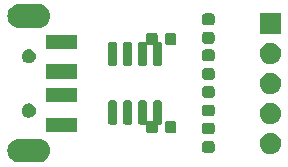
<source format=gts>
%TF.GenerationSoftware,KiCad,Pcbnew,(5.1.6)-1*%
%TF.CreationDate,2020-07-02T16:49:34+08:00*%
%TF.ProjectId,usb-ttl,7573622d-7474-46c2-9e6b-696361645f70,rev?*%
%TF.SameCoordinates,Original*%
%TF.FileFunction,Soldermask,Top*%
%TF.FilePolarity,Negative*%
%FSLAX46Y46*%
G04 Gerber Fmt 4.6, Leading zero omitted, Abs format (unit mm)*
G04 Created by KiCad (PCBNEW (5.1.6)-1) date 2020-07-02 16:49:34*
%MOMM*%
%LPD*%
G01*
G04 APERTURE LIST*
%ADD10C,0.100000*%
G04 APERTURE END LIST*
D10*
G36*
X104096034Y-96714469D02*
G01*
X104284536Y-96771651D01*
X104458256Y-96864506D01*
X104610528Y-96989472D01*
X104735494Y-97141744D01*
X104828349Y-97315464D01*
X104885531Y-97503966D01*
X104904838Y-97700000D01*
X104885531Y-97896034D01*
X104828349Y-98084536D01*
X104735494Y-98258256D01*
X104610528Y-98410528D01*
X104458256Y-98535494D01*
X104284536Y-98628349D01*
X104096034Y-98685531D01*
X103949124Y-98700000D01*
X102250876Y-98700000D01*
X102103966Y-98685531D01*
X101915464Y-98628349D01*
X101741744Y-98535494D01*
X101589472Y-98410528D01*
X101464506Y-98258256D01*
X101371651Y-98084536D01*
X101314469Y-97896034D01*
X101295162Y-97700000D01*
X101314469Y-97503966D01*
X101371651Y-97315464D01*
X101464506Y-97141744D01*
X101589472Y-96989472D01*
X101741744Y-96864506D01*
X101915464Y-96771651D01*
X102103966Y-96714469D01*
X102250876Y-96700000D01*
X103949124Y-96700000D01*
X104096034Y-96714469D01*
G37*
G36*
X123752488Y-96202645D02*
G01*
X123812520Y-96214586D01*
X123919554Y-96258921D01*
X123973935Y-96281446D01*
X123976310Y-96282430D01*
X124123717Y-96380924D01*
X124249076Y-96506283D01*
X124249077Y-96506285D01*
X124347571Y-96653692D01*
X124415414Y-96817481D01*
X124444607Y-96964242D01*
X124450000Y-96991358D01*
X124450000Y-97168642D01*
X124415414Y-97342520D01*
X124347570Y-97506310D01*
X124249076Y-97653717D01*
X124123717Y-97779076D01*
X123976310Y-97877570D01*
X123812520Y-97945414D01*
X123754561Y-97956943D01*
X123638644Y-97980000D01*
X123461356Y-97980000D01*
X123345439Y-97956943D01*
X123287480Y-97945414D01*
X123123690Y-97877570D01*
X122976283Y-97779076D01*
X122850924Y-97653717D01*
X122752430Y-97506310D01*
X122684586Y-97342520D01*
X122650000Y-97168642D01*
X122650000Y-96991358D01*
X122655394Y-96964242D01*
X122684586Y-96817481D01*
X122752429Y-96653692D01*
X122850923Y-96506285D01*
X122850924Y-96506283D01*
X122976283Y-96380924D01*
X123123690Y-96282430D01*
X123126066Y-96281446D01*
X123180446Y-96258921D01*
X123287480Y-96214586D01*
X123347512Y-96202645D01*
X123461356Y-96180000D01*
X123638644Y-96180000D01*
X123752488Y-96202645D01*
G37*
G36*
X118648879Y-96904440D02*
G01*
X118689870Y-96916874D01*
X118727645Y-96937065D01*
X118760758Y-96964242D01*
X118787935Y-96997355D01*
X118808126Y-97035130D01*
X118820560Y-97076121D01*
X118825000Y-97121204D01*
X118825000Y-97653796D01*
X118820560Y-97698879D01*
X118808126Y-97739870D01*
X118787935Y-97777645D01*
X118760758Y-97810758D01*
X118727645Y-97837935D01*
X118689870Y-97858126D01*
X118648879Y-97870560D01*
X118603796Y-97875000D01*
X117996204Y-97875000D01*
X117951121Y-97870560D01*
X117910130Y-97858126D01*
X117872355Y-97837935D01*
X117839242Y-97810758D01*
X117812065Y-97777645D01*
X117791874Y-97739870D01*
X117779440Y-97698879D01*
X117775000Y-97653796D01*
X117775000Y-97121204D01*
X117779440Y-97076121D01*
X117791874Y-97035130D01*
X117812065Y-96997355D01*
X117839242Y-96964242D01*
X117872355Y-96937065D01*
X117910130Y-96916874D01*
X117951121Y-96904440D01*
X117996204Y-96900000D01*
X118603796Y-96900000D01*
X118648879Y-96904440D01*
G37*
G36*
X118648879Y-95329440D02*
G01*
X118689870Y-95341874D01*
X118727645Y-95362065D01*
X118760758Y-95389242D01*
X118787935Y-95422355D01*
X118808126Y-95460130D01*
X118820560Y-95501121D01*
X118825000Y-95546204D01*
X118825000Y-96078796D01*
X118820560Y-96123879D01*
X118808126Y-96164870D01*
X118787935Y-96202645D01*
X118760758Y-96235758D01*
X118727645Y-96262935D01*
X118689870Y-96283126D01*
X118648879Y-96295560D01*
X118603796Y-96300000D01*
X117996204Y-96300000D01*
X117951121Y-96295560D01*
X117910130Y-96283126D01*
X117872355Y-96262935D01*
X117839242Y-96235758D01*
X117812065Y-96202645D01*
X117791874Y-96164870D01*
X117779440Y-96123879D01*
X117775000Y-96078796D01*
X117775000Y-95546204D01*
X117779440Y-95501121D01*
X117791874Y-95460130D01*
X117812065Y-95422355D01*
X117839242Y-95389242D01*
X117872355Y-95362065D01*
X117910130Y-95341874D01*
X117951121Y-95329440D01*
X117996204Y-95325000D01*
X118603796Y-95325000D01*
X118648879Y-95329440D01*
G37*
G36*
X115411379Y-95179440D02*
G01*
X115452370Y-95191874D01*
X115490145Y-95212065D01*
X115523258Y-95239242D01*
X115550435Y-95272355D01*
X115570626Y-95310130D01*
X115583060Y-95351121D01*
X115587500Y-95396204D01*
X115587500Y-96003796D01*
X115583060Y-96048879D01*
X115570626Y-96089870D01*
X115550435Y-96127645D01*
X115523258Y-96160758D01*
X115490145Y-96187935D01*
X115452370Y-96208126D01*
X115411379Y-96220560D01*
X115366296Y-96225000D01*
X114833704Y-96225000D01*
X114788621Y-96220560D01*
X114747630Y-96208126D01*
X114709855Y-96187935D01*
X114676742Y-96160758D01*
X114649565Y-96127645D01*
X114629374Y-96089870D01*
X114616940Y-96048879D01*
X114612500Y-96003796D01*
X114612500Y-95396204D01*
X114616940Y-95351121D01*
X114629374Y-95310130D01*
X114649565Y-95272355D01*
X114676742Y-95239242D01*
X114709855Y-95212065D01*
X114747630Y-95191874D01*
X114788621Y-95179440D01*
X114833704Y-95175000D01*
X115366296Y-95175000D01*
X115411379Y-95179440D01*
G37*
G36*
X112964216Y-93453119D02*
G01*
X112992309Y-93461641D01*
X113018204Y-93475483D01*
X113040896Y-93494104D01*
X113059517Y-93516796D01*
X113073359Y-93542691D01*
X113081881Y-93570784D01*
X113085000Y-93602454D01*
X113085000Y-95155296D01*
X113085961Y-95165050D01*
X113088806Y-95174430D01*
X113093426Y-95183074D01*
X113099644Y-95190651D01*
X113107221Y-95196869D01*
X113115865Y-95201489D01*
X113125245Y-95204334D01*
X113134999Y-95205295D01*
X113144753Y-95204334D01*
X113154133Y-95201489D01*
X113158569Y-95199391D01*
X113172633Y-95191874D01*
X113213621Y-95179440D01*
X113258704Y-95175000D01*
X113605001Y-95175000D01*
X113614755Y-95174039D01*
X113624135Y-95171194D01*
X113632779Y-95166574D01*
X113640356Y-95160356D01*
X113646574Y-95152779D01*
X113651194Y-95144135D01*
X113654039Y-95134755D01*
X113655000Y-95125001D01*
X113655000Y-93602454D01*
X113658119Y-93570784D01*
X113666641Y-93542691D01*
X113680483Y-93516796D01*
X113699104Y-93494104D01*
X113721796Y-93475483D01*
X113747691Y-93461641D01*
X113775784Y-93453119D01*
X113807454Y-93450000D01*
X114202546Y-93450000D01*
X114234216Y-93453119D01*
X114262309Y-93461641D01*
X114288204Y-93475483D01*
X114310896Y-93494104D01*
X114329517Y-93516796D01*
X114343359Y-93542691D01*
X114351881Y-93570784D01*
X114355000Y-93602454D01*
X114355000Y-95347546D01*
X114351881Y-95379216D01*
X114343359Y-95407309D01*
X114329517Y-95433204D01*
X114310896Y-95455896D01*
X114288204Y-95474517D01*
X114262309Y-95488359D01*
X114234216Y-95496881D01*
X114202546Y-95500000D01*
X114062499Y-95500000D01*
X114052745Y-95500961D01*
X114043365Y-95503806D01*
X114034721Y-95508426D01*
X114027144Y-95514644D01*
X114020926Y-95522221D01*
X114016306Y-95530865D01*
X114013461Y-95540245D01*
X114012500Y-95549999D01*
X114012500Y-96003796D01*
X114008060Y-96048879D01*
X113995626Y-96089870D01*
X113975435Y-96127645D01*
X113948258Y-96160758D01*
X113915145Y-96187935D01*
X113877370Y-96208126D01*
X113836379Y-96220560D01*
X113791296Y-96225000D01*
X113258704Y-96225000D01*
X113213621Y-96220560D01*
X113172630Y-96208126D01*
X113134855Y-96187935D01*
X113101742Y-96160758D01*
X113074565Y-96127645D01*
X113054374Y-96089870D01*
X113041940Y-96048879D01*
X113037500Y-96003796D01*
X113037500Y-95542066D01*
X113036539Y-95532312D01*
X113033694Y-95522932D01*
X113029074Y-95514288D01*
X113022856Y-95506711D01*
X113015279Y-95500493D01*
X113006635Y-95495873D01*
X112997255Y-95493028D01*
X112987501Y-95492067D01*
X112972987Y-95494220D01*
X112964216Y-95496881D01*
X112932546Y-95500000D01*
X112537454Y-95500000D01*
X112505784Y-95496881D01*
X112477691Y-95488359D01*
X112451796Y-95474517D01*
X112429104Y-95455896D01*
X112410483Y-95433204D01*
X112396641Y-95407309D01*
X112388119Y-95379216D01*
X112385000Y-95347546D01*
X112385000Y-93602454D01*
X112388119Y-93570784D01*
X112396641Y-93542691D01*
X112410483Y-93516796D01*
X112429104Y-93494104D01*
X112451796Y-93475483D01*
X112477691Y-93461641D01*
X112505784Y-93453119D01*
X112537454Y-93450000D01*
X112932546Y-93450000D01*
X112964216Y-93453119D01*
G37*
G36*
X107150000Y-96100000D02*
G01*
X104550000Y-96100000D01*
X104550000Y-94900000D01*
X107150000Y-94900000D01*
X107150000Y-96100000D01*
G37*
G36*
X110424216Y-93453119D02*
G01*
X110452309Y-93461641D01*
X110478204Y-93475483D01*
X110500896Y-93494104D01*
X110519517Y-93516796D01*
X110533359Y-93542691D01*
X110541881Y-93570784D01*
X110545000Y-93602454D01*
X110545000Y-95347546D01*
X110541881Y-95379216D01*
X110533359Y-95407309D01*
X110519517Y-95433204D01*
X110500896Y-95455896D01*
X110478204Y-95474517D01*
X110452309Y-95488359D01*
X110424216Y-95496881D01*
X110392546Y-95500000D01*
X109997454Y-95500000D01*
X109965784Y-95496881D01*
X109937691Y-95488359D01*
X109911796Y-95474517D01*
X109889104Y-95455896D01*
X109870483Y-95433204D01*
X109856641Y-95407309D01*
X109848119Y-95379216D01*
X109845000Y-95347546D01*
X109845000Y-93602454D01*
X109848119Y-93570784D01*
X109856641Y-93542691D01*
X109870483Y-93516796D01*
X109889104Y-93494104D01*
X109911796Y-93475483D01*
X109937691Y-93461641D01*
X109965784Y-93453119D01*
X109997454Y-93450000D01*
X110392546Y-93450000D01*
X110424216Y-93453119D01*
G37*
G36*
X111694216Y-93453119D02*
G01*
X111722309Y-93461641D01*
X111748204Y-93475483D01*
X111770896Y-93494104D01*
X111789517Y-93516796D01*
X111803359Y-93542691D01*
X111811881Y-93570784D01*
X111815000Y-93602454D01*
X111815000Y-95347546D01*
X111811881Y-95379216D01*
X111803359Y-95407309D01*
X111789517Y-95433204D01*
X111770896Y-95455896D01*
X111748204Y-95474517D01*
X111722309Y-95488359D01*
X111694216Y-95496881D01*
X111662546Y-95500000D01*
X111267454Y-95500000D01*
X111235784Y-95496881D01*
X111207691Y-95488359D01*
X111181796Y-95474517D01*
X111159104Y-95455896D01*
X111140483Y-95433204D01*
X111126641Y-95407309D01*
X111118119Y-95379216D01*
X111115000Y-95347546D01*
X111115000Y-93602454D01*
X111118119Y-93570784D01*
X111126641Y-93542691D01*
X111140483Y-93516796D01*
X111159104Y-93494104D01*
X111181796Y-93475483D01*
X111207691Y-93461641D01*
X111235784Y-93453119D01*
X111267454Y-93450000D01*
X111662546Y-93450000D01*
X111694216Y-93453119D01*
G37*
G36*
X123754561Y-93663057D02*
G01*
X123812520Y-93674586D01*
X123976310Y-93742430D01*
X124123717Y-93840924D01*
X124249076Y-93966283D01*
X124347570Y-94113690D01*
X124400264Y-94240904D01*
X124415414Y-94277481D01*
X124450000Y-94451356D01*
X124450000Y-94628644D01*
X124432602Y-94716107D01*
X124415414Y-94802520D01*
X124347570Y-94966310D01*
X124249076Y-95113717D01*
X124123717Y-95239076D01*
X123976310Y-95337570D01*
X123976309Y-95337571D01*
X123976308Y-95337571D01*
X123952226Y-95347546D01*
X123812520Y-95405414D01*
X123754561Y-95416943D01*
X123638644Y-95440000D01*
X123461356Y-95440000D01*
X123345439Y-95416943D01*
X123287480Y-95405414D01*
X123147774Y-95347546D01*
X123123692Y-95337571D01*
X123123691Y-95337571D01*
X123123690Y-95337570D01*
X122976283Y-95239076D01*
X122850924Y-95113717D01*
X122752430Y-94966310D01*
X122684586Y-94802520D01*
X122667398Y-94716107D01*
X122650000Y-94628644D01*
X122650000Y-94451356D01*
X122684586Y-94277481D01*
X122699737Y-94240904D01*
X122752430Y-94113690D01*
X122850924Y-93966283D01*
X122976283Y-93840924D01*
X123123690Y-93742430D01*
X123287480Y-93674586D01*
X123345439Y-93663057D01*
X123461356Y-93640000D01*
X123638644Y-93640000D01*
X123754561Y-93663057D01*
G37*
G36*
X103275012Y-93723057D02*
G01*
X103384205Y-93768286D01*
X103384207Y-93768287D01*
X103482478Y-93833950D01*
X103566050Y-93917522D01*
X103631713Y-94015793D01*
X103631714Y-94015795D01*
X103676943Y-94124988D01*
X103700000Y-94240904D01*
X103700000Y-94359096D01*
X103676943Y-94475012D01*
X103676942Y-94475014D01*
X103631713Y-94584207D01*
X103566050Y-94682478D01*
X103482478Y-94766050D01*
X103384207Y-94831713D01*
X103384206Y-94831714D01*
X103384205Y-94831714D01*
X103275012Y-94876943D01*
X103159096Y-94900000D01*
X103040904Y-94900000D01*
X102924988Y-94876943D01*
X102815795Y-94831714D01*
X102815794Y-94831714D01*
X102815793Y-94831713D01*
X102717522Y-94766050D01*
X102633950Y-94682478D01*
X102568287Y-94584207D01*
X102523058Y-94475014D01*
X102523057Y-94475012D01*
X102500000Y-94359096D01*
X102500000Y-94240904D01*
X102523057Y-94124988D01*
X102568286Y-94015795D01*
X102568287Y-94015793D01*
X102633950Y-93917522D01*
X102717522Y-93833950D01*
X102815793Y-93768287D01*
X102815795Y-93768286D01*
X102924988Y-93723057D01*
X103040904Y-93700000D01*
X103159096Y-93700000D01*
X103275012Y-93723057D01*
G37*
G36*
X118648879Y-93816940D02*
G01*
X118689870Y-93829374D01*
X118727645Y-93849565D01*
X118760758Y-93876742D01*
X118787935Y-93909855D01*
X118808126Y-93947630D01*
X118820560Y-93988621D01*
X118825000Y-94033704D01*
X118825000Y-94566296D01*
X118820560Y-94611379D01*
X118808126Y-94652370D01*
X118787935Y-94690145D01*
X118760758Y-94723258D01*
X118727645Y-94750435D01*
X118689870Y-94770626D01*
X118648879Y-94783060D01*
X118603796Y-94787500D01*
X117996204Y-94787500D01*
X117951121Y-94783060D01*
X117910130Y-94770626D01*
X117872355Y-94750435D01*
X117839242Y-94723258D01*
X117812065Y-94690145D01*
X117791874Y-94652370D01*
X117779440Y-94611379D01*
X117775000Y-94566296D01*
X117775000Y-94033704D01*
X117779440Y-93988621D01*
X117791874Y-93947630D01*
X117812065Y-93909855D01*
X117839242Y-93876742D01*
X117872355Y-93849565D01*
X117910130Y-93829374D01*
X117951121Y-93816940D01*
X117996204Y-93812500D01*
X118603796Y-93812500D01*
X118648879Y-93816940D01*
G37*
G36*
X107150000Y-93600000D02*
G01*
X104550000Y-93600000D01*
X104550000Y-92400000D01*
X107150000Y-92400000D01*
X107150000Y-93600000D01*
G37*
G36*
X118648879Y-92241940D02*
G01*
X118689870Y-92254374D01*
X118727645Y-92274565D01*
X118760758Y-92301742D01*
X118787935Y-92334855D01*
X118808126Y-92372630D01*
X118820560Y-92413621D01*
X118825000Y-92458704D01*
X118825000Y-92991296D01*
X118820560Y-93036379D01*
X118808126Y-93077370D01*
X118787935Y-93115145D01*
X118760758Y-93148258D01*
X118727645Y-93175435D01*
X118689870Y-93195626D01*
X118648879Y-93208060D01*
X118603796Y-93212500D01*
X117996204Y-93212500D01*
X117951121Y-93208060D01*
X117910130Y-93195626D01*
X117872355Y-93175435D01*
X117839242Y-93148258D01*
X117812065Y-93115145D01*
X117791874Y-93077370D01*
X117779440Y-93036379D01*
X117775000Y-92991296D01*
X117775000Y-92458704D01*
X117779440Y-92413621D01*
X117791874Y-92372630D01*
X117812065Y-92334855D01*
X117839242Y-92301742D01*
X117872355Y-92274565D01*
X117910130Y-92254374D01*
X117951121Y-92241940D01*
X117996204Y-92237500D01*
X118603796Y-92237500D01*
X118648879Y-92241940D01*
G37*
G36*
X123754561Y-91123057D02*
G01*
X123812520Y-91134586D01*
X123976310Y-91202430D01*
X124123717Y-91300924D01*
X124249076Y-91426283D01*
X124347570Y-91573690D01*
X124415414Y-91737480D01*
X124450000Y-91911358D01*
X124450000Y-92088642D01*
X124415414Y-92262520D01*
X124347570Y-92426310D01*
X124249076Y-92573717D01*
X124123717Y-92699076D01*
X123976310Y-92797570D01*
X123812520Y-92865414D01*
X123754561Y-92876943D01*
X123638644Y-92900000D01*
X123461356Y-92900000D01*
X123345439Y-92876943D01*
X123287480Y-92865414D01*
X123123690Y-92797570D01*
X122976283Y-92699076D01*
X122850924Y-92573717D01*
X122752430Y-92426310D01*
X122684586Y-92262520D01*
X122650000Y-92088642D01*
X122650000Y-91911358D01*
X122684586Y-91737480D01*
X122752430Y-91573690D01*
X122850924Y-91426283D01*
X122976283Y-91300924D01*
X123123690Y-91202430D01*
X123287480Y-91134586D01*
X123345439Y-91123057D01*
X123461356Y-91100000D01*
X123638644Y-91100000D01*
X123754561Y-91123057D01*
G37*
G36*
X118648879Y-90716940D02*
G01*
X118689870Y-90729374D01*
X118727645Y-90749565D01*
X118760758Y-90776742D01*
X118787935Y-90809855D01*
X118808126Y-90847630D01*
X118820560Y-90888621D01*
X118825000Y-90933704D01*
X118825000Y-91466296D01*
X118820560Y-91511379D01*
X118808126Y-91552370D01*
X118787935Y-91590145D01*
X118760758Y-91623258D01*
X118727645Y-91650435D01*
X118689870Y-91670626D01*
X118648879Y-91683060D01*
X118603796Y-91687500D01*
X117996204Y-91687500D01*
X117951121Y-91683060D01*
X117910130Y-91670626D01*
X117872355Y-91650435D01*
X117839242Y-91623258D01*
X117812065Y-91590145D01*
X117791874Y-91552370D01*
X117779440Y-91511379D01*
X117775000Y-91466296D01*
X117775000Y-90933704D01*
X117779440Y-90888621D01*
X117791874Y-90847630D01*
X117812065Y-90809855D01*
X117839242Y-90776742D01*
X117872355Y-90749565D01*
X117910130Y-90729374D01*
X117951121Y-90716940D01*
X117996204Y-90712500D01*
X118603796Y-90712500D01*
X118648879Y-90716940D01*
G37*
G36*
X107150000Y-91600000D02*
G01*
X104550000Y-91600000D01*
X104550000Y-90400000D01*
X107150000Y-90400000D01*
X107150000Y-91600000D01*
G37*
G36*
X111694216Y-88503119D02*
G01*
X111722309Y-88511641D01*
X111748204Y-88525483D01*
X111770896Y-88544104D01*
X111789517Y-88566796D01*
X111803359Y-88592691D01*
X111811881Y-88620784D01*
X111815000Y-88652454D01*
X111815000Y-90397546D01*
X111811881Y-90429216D01*
X111803359Y-90457309D01*
X111789517Y-90483204D01*
X111770896Y-90505896D01*
X111748204Y-90524517D01*
X111722309Y-90538359D01*
X111694216Y-90546881D01*
X111662546Y-90550000D01*
X111267454Y-90550000D01*
X111235784Y-90546881D01*
X111207691Y-90538359D01*
X111181796Y-90524517D01*
X111159104Y-90505896D01*
X111140483Y-90483204D01*
X111126641Y-90457309D01*
X111118119Y-90429216D01*
X111115000Y-90397546D01*
X111115000Y-88652454D01*
X111118119Y-88620784D01*
X111126641Y-88592691D01*
X111140483Y-88566796D01*
X111159104Y-88544104D01*
X111181796Y-88525483D01*
X111207691Y-88511641D01*
X111235784Y-88503119D01*
X111267454Y-88500000D01*
X111662546Y-88500000D01*
X111694216Y-88503119D01*
G37*
G36*
X110424216Y-88503119D02*
G01*
X110452309Y-88511641D01*
X110478204Y-88525483D01*
X110500896Y-88544104D01*
X110519517Y-88566796D01*
X110533359Y-88592691D01*
X110541881Y-88620784D01*
X110545000Y-88652454D01*
X110545000Y-90397546D01*
X110541881Y-90429216D01*
X110533359Y-90457309D01*
X110519517Y-90483204D01*
X110500896Y-90505896D01*
X110478204Y-90524517D01*
X110452309Y-90538359D01*
X110424216Y-90546881D01*
X110392546Y-90550000D01*
X109997454Y-90550000D01*
X109965784Y-90546881D01*
X109937691Y-90538359D01*
X109911796Y-90524517D01*
X109889104Y-90505896D01*
X109870483Y-90483204D01*
X109856641Y-90457309D01*
X109848119Y-90429216D01*
X109845000Y-90397546D01*
X109845000Y-88652454D01*
X109848119Y-88620784D01*
X109856641Y-88592691D01*
X109870483Y-88566796D01*
X109889104Y-88544104D01*
X109911796Y-88525483D01*
X109937691Y-88511641D01*
X109965784Y-88503119D01*
X109997454Y-88500000D01*
X110392546Y-88500000D01*
X110424216Y-88503119D01*
G37*
G36*
X113836379Y-87729440D02*
G01*
X113877370Y-87741874D01*
X113915145Y-87762065D01*
X113948258Y-87789242D01*
X113975435Y-87822355D01*
X113995626Y-87860130D01*
X114008060Y-87901121D01*
X114012500Y-87946204D01*
X114012500Y-88450001D01*
X114013461Y-88459755D01*
X114016306Y-88469135D01*
X114020926Y-88477779D01*
X114027144Y-88485356D01*
X114034721Y-88491574D01*
X114043365Y-88496194D01*
X114052745Y-88499039D01*
X114062499Y-88500000D01*
X114202546Y-88500000D01*
X114234216Y-88503119D01*
X114262309Y-88511641D01*
X114288204Y-88525483D01*
X114310896Y-88544104D01*
X114329517Y-88566796D01*
X114343359Y-88592691D01*
X114351881Y-88620784D01*
X114355000Y-88652454D01*
X114355000Y-90397546D01*
X114351881Y-90429216D01*
X114343359Y-90457309D01*
X114329517Y-90483204D01*
X114310896Y-90505896D01*
X114288204Y-90524517D01*
X114262309Y-90538359D01*
X114234216Y-90546881D01*
X114202546Y-90550000D01*
X113807454Y-90550000D01*
X113775784Y-90546881D01*
X113747691Y-90538359D01*
X113721796Y-90524517D01*
X113699104Y-90505896D01*
X113680483Y-90483204D01*
X113666641Y-90457309D01*
X113658119Y-90429216D01*
X113655000Y-90397546D01*
X113655000Y-88824999D01*
X113654039Y-88815245D01*
X113651194Y-88805865D01*
X113646574Y-88797221D01*
X113640356Y-88789644D01*
X113632779Y-88783426D01*
X113624135Y-88778806D01*
X113614755Y-88775961D01*
X113605001Y-88775000D01*
X113258704Y-88775000D01*
X113213621Y-88770560D01*
X113172633Y-88758126D01*
X113158569Y-88750609D01*
X113149514Y-88746858D01*
X113139900Y-88744946D01*
X113130099Y-88744946D01*
X113120486Y-88746858D01*
X113111430Y-88750608D01*
X113103280Y-88756054D01*
X113096350Y-88762984D01*
X113090904Y-88771134D01*
X113087153Y-88780189D01*
X113085241Y-88789803D01*
X113085000Y-88794704D01*
X113085000Y-90397546D01*
X113081881Y-90429216D01*
X113073359Y-90457309D01*
X113059517Y-90483204D01*
X113040896Y-90505896D01*
X113018204Y-90524517D01*
X112992309Y-90538359D01*
X112964216Y-90546881D01*
X112932546Y-90550000D01*
X112537454Y-90550000D01*
X112505784Y-90546881D01*
X112477691Y-90538359D01*
X112451796Y-90524517D01*
X112429104Y-90505896D01*
X112410483Y-90483204D01*
X112396641Y-90457309D01*
X112388119Y-90429216D01*
X112385000Y-90397546D01*
X112385000Y-88652454D01*
X112388119Y-88620784D01*
X112396641Y-88592691D01*
X112410483Y-88566796D01*
X112429104Y-88544104D01*
X112451796Y-88525483D01*
X112477691Y-88511641D01*
X112505784Y-88503119D01*
X112537454Y-88500000D01*
X112932546Y-88500000D01*
X112964216Y-88503119D01*
X112972987Y-88505780D01*
X112982600Y-88507692D01*
X112992402Y-88507692D01*
X113002015Y-88505780D01*
X113011070Y-88502029D01*
X113019220Y-88496584D01*
X113026151Y-88489653D01*
X113031596Y-88481503D01*
X113035347Y-88472448D01*
X113037500Y-88457934D01*
X113037500Y-87946204D01*
X113041940Y-87901121D01*
X113054374Y-87860130D01*
X113074565Y-87822355D01*
X113101742Y-87789242D01*
X113134855Y-87762065D01*
X113172630Y-87741874D01*
X113213621Y-87729440D01*
X113258704Y-87725000D01*
X113791296Y-87725000D01*
X113836379Y-87729440D01*
G37*
G36*
X123754561Y-88583057D02*
G01*
X123812520Y-88594586D01*
X123976310Y-88662430D01*
X124123717Y-88760924D01*
X124249076Y-88886283D01*
X124347570Y-89033690D01*
X124415414Y-89197480D01*
X124450000Y-89371358D01*
X124450000Y-89548642D01*
X124415414Y-89722520D01*
X124347570Y-89886310D01*
X124249076Y-90033717D01*
X124123717Y-90159076D01*
X123976310Y-90257570D01*
X123812520Y-90325414D01*
X123754561Y-90336943D01*
X123638644Y-90360000D01*
X123461356Y-90360000D01*
X123345439Y-90336943D01*
X123287480Y-90325414D01*
X123123690Y-90257570D01*
X122976283Y-90159076D01*
X122850924Y-90033717D01*
X122752430Y-89886310D01*
X122684586Y-89722520D01*
X122650000Y-89548642D01*
X122650000Y-89371358D01*
X122684586Y-89197480D01*
X122752430Y-89033690D01*
X122850924Y-88886283D01*
X122976283Y-88760924D01*
X123123690Y-88662430D01*
X123287480Y-88594586D01*
X123345439Y-88583057D01*
X123461356Y-88560000D01*
X123638644Y-88560000D01*
X123754561Y-88583057D01*
G37*
G36*
X103275012Y-89123057D02*
G01*
X103350618Y-89154374D01*
X103384207Y-89168287D01*
X103482478Y-89233950D01*
X103566050Y-89317522D01*
X103566051Y-89317524D01*
X103631714Y-89415795D01*
X103676943Y-89524988D01*
X103700000Y-89640904D01*
X103700000Y-89759096D01*
X103676943Y-89875012D01*
X103634545Y-89977370D01*
X103631713Y-89984207D01*
X103566050Y-90082478D01*
X103482478Y-90166050D01*
X103384207Y-90231713D01*
X103384206Y-90231714D01*
X103384205Y-90231714D01*
X103275012Y-90276943D01*
X103159096Y-90300000D01*
X103040904Y-90300000D01*
X102924988Y-90276943D01*
X102815795Y-90231714D01*
X102815794Y-90231714D01*
X102815793Y-90231713D01*
X102717522Y-90166050D01*
X102633950Y-90082478D01*
X102568287Y-89984207D01*
X102565455Y-89977370D01*
X102523057Y-89875012D01*
X102500000Y-89759096D01*
X102500000Y-89640904D01*
X102523057Y-89524988D01*
X102568286Y-89415795D01*
X102633949Y-89317524D01*
X102633950Y-89317522D01*
X102717522Y-89233950D01*
X102815793Y-89168287D01*
X102849382Y-89154374D01*
X102924988Y-89123057D01*
X103040904Y-89100000D01*
X103159096Y-89100000D01*
X103275012Y-89123057D01*
G37*
G36*
X118648879Y-89141940D02*
G01*
X118689870Y-89154374D01*
X118727645Y-89174565D01*
X118760758Y-89201742D01*
X118787935Y-89234855D01*
X118808126Y-89272630D01*
X118820560Y-89313621D01*
X118825000Y-89358704D01*
X118825000Y-89891296D01*
X118820560Y-89936379D01*
X118808126Y-89977370D01*
X118787935Y-90015145D01*
X118760758Y-90048258D01*
X118727645Y-90075435D01*
X118689870Y-90095626D01*
X118648879Y-90108060D01*
X118603796Y-90112500D01*
X117996204Y-90112500D01*
X117951121Y-90108060D01*
X117910130Y-90095626D01*
X117872355Y-90075435D01*
X117839242Y-90048258D01*
X117812065Y-90015145D01*
X117791874Y-89977370D01*
X117779440Y-89936379D01*
X117775000Y-89891296D01*
X117775000Y-89358704D01*
X117779440Y-89313621D01*
X117791874Y-89272630D01*
X117812065Y-89234855D01*
X117839242Y-89201742D01*
X117872355Y-89174565D01*
X117910130Y-89154374D01*
X117951121Y-89141940D01*
X117996204Y-89137500D01*
X118603796Y-89137500D01*
X118648879Y-89141940D01*
G37*
G36*
X107150000Y-89100000D02*
G01*
X104550000Y-89100000D01*
X104550000Y-87900000D01*
X107150000Y-87900000D01*
X107150000Y-89100000D01*
G37*
G36*
X115411379Y-87729440D02*
G01*
X115452370Y-87741874D01*
X115490145Y-87762065D01*
X115523258Y-87789242D01*
X115550435Y-87822355D01*
X115570626Y-87860130D01*
X115583060Y-87901121D01*
X115587500Y-87946204D01*
X115587500Y-88553796D01*
X115583060Y-88598879D01*
X115570626Y-88639870D01*
X115550435Y-88677645D01*
X115523258Y-88710758D01*
X115490145Y-88737935D01*
X115452370Y-88758126D01*
X115411379Y-88770560D01*
X115366296Y-88775000D01*
X114833704Y-88775000D01*
X114788621Y-88770560D01*
X114747630Y-88758126D01*
X114709855Y-88737935D01*
X114676742Y-88710758D01*
X114649565Y-88677645D01*
X114629374Y-88639870D01*
X114616940Y-88598879D01*
X114612500Y-88553796D01*
X114612500Y-87946204D01*
X114616940Y-87901121D01*
X114629374Y-87860130D01*
X114649565Y-87822355D01*
X114676742Y-87789242D01*
X114709855Y-87762065D01*
X114747630Y-87741874D01*
X114788621Y-87729440D01*
X114833704Y-87725000D01*
X115366296Y-87725000D01*
X115411379Y-87729440D01*
G37*
G36*
X118648879Y-87666940D02*
G01*
X118689870Y-87679374D01*
X118727645Y-87699565D01*
X118760758Y-87726742D01*
X118787935Y-87759855D01*
X118808126Y-87797630D01*
X118820560Y-87838621D01*
X118825000Y-87883704D01*
X118825000Y-88416296D01*
X118820560Y-88461379D01*
X118808126Y-88502370D01*
X118787935Y-88540145D01*
X118760758Y-88573258D01*
X118727645Y-88600435D01*
X118689870Y-88620626D01*
X118648879Y-88633060D01*
X118603796Y-88637500D01*
X117996204Y-88637500D01*
X117951121Y-88633060D01*
X117910130Y-88620626D01*
X117872355Y-88600435D01*
X117839242Y-88573258D01*
X117812065Y-88540145D01*
X117791874Y-88502370D01*
X117779440Y-88461379D01*
X117775000Y-88416296D01*
X117775000Y-87883704D01*
X117779440Y-87838621D01*
X117791874Y-87797630D01*
X117812065Y-87759855D01*
X117839242Y-87726742D01*
X117872355Y-87699565D01*
X117910130Y-87679374D01*
X117951121Y-87666940D01*
X117996204Y-87662500D01*
X118603796Y-87662500D01*
X118648879Y-87666940D01*
G37*
G36*
X124450000Y-87820000D02*
G01*
X122650000Y-87820000D01*
X122650000Y-86020000D01*
X124450000Y-86020000D01*
X124450000Y-87820000D01*
G37*
G36*
X104096034Y-85314469D02*
G01*
X104284536Y-85371651D01*
X104458256Y-85464506D01*
X104610528Y-85589472D01*
X104735494Y-85741744D01*
X104828349Y-85915464D01*
X104885531Y-86103966D01*
X104904838Y-86300000D01*
X104885531Y-86496034D01*
X104828349Y-86684536D01*
X104735494Y-86858256D01*
X104610528Y-87010528D01*
X104458256Y-87135494D01*
X104284536Y-87228349D01*
X104096034Y-87285531D01*
X103949124Y-87300000D01*
X102250876Y-87300000D01*
X102103966Y-87285531D01*
X101915464Y-87228349D01*
X101741744Y-87135494D01*
X101589472Y-87010528D01*
X101464506Y-86858256D01*
X101371651Y-86684536D01*
X101314469Y-86496034D01*
X101295162Y-86300000D01*
X101314469Y-86103966D01*
X101371651Y-85915464D01*
X101464506Y-85741744D01*
X101589472Y-85589472D01*
X101741744Y-85464506D01*
X101915464Y-85371651D01*
X102103966Y-85314469D01*
X102250876Y-85300000D01*
X103949124Y-85300000D01*
X104096034Y-85314469D01*
G37*
G36*
X118648879Y-86091940D02*
G01*
X118689870Y-86104374D01*
X118727645Y-86124565D01*
X118760758Y-86151742D01*
X118787935Y-86184855D01*
X118808126Y-86222630D01*
X118820560Y-86263621D01*
X118825000Y-86308704D01*
X118825000Y-86841296D01*
X118820560Y-86886379D01*
X118808126Y-86927370D01*
X118787935Y-86965145D01*
X118760758Y-86998258D01*
X118727645Y-87025435D01*
X118689870Y-87045626D01*
X118648879Y-87058060D01*
X118603796Y-87062500D01*
X117996204Y-87062500D01*
X117951121Y-87058060D01*
X117910130Y-87045626D01*
X117872355Y-87025435D01*
X117839242Y-86998258D01*
X117812065Y-86965145D01*
X117791874Y-86927370D01*
X117779440Y-86886379D01*
X117775000Y-86841296D01*
X117775000Y-86308704D01*
X117779440Y-86263621D01*
X117791874Y-86222630D01*
X117812065Y-86184855D01*
X117839242Y-86151742D01*
X117872355Y-86124565D01*
X117910130Y-86104374D01*
X117951121Y-86091940D01*
X117996204Y-86087500D01*
X118603796Y-86087500D01*
X118648879Y-86091940D01*
G37*
M02*

</source>
